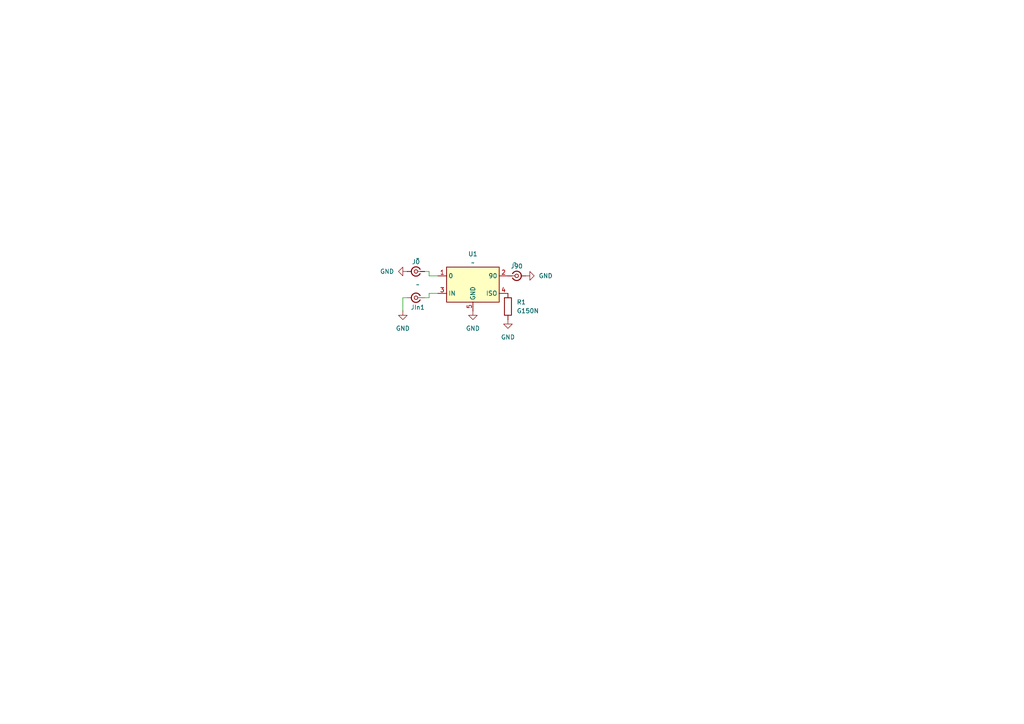
<source format=kicad_sch>
(kicad_sch (version 20231120) (generator "eeschema") (generator_version "8.0")
  (paper "A4")
  (lib_symbols
    (symbol "AnarenLib:G150N" (pin_numbers hide) (pin_names (offset 0))
      (property "Reference" "R" (at 2.032 0 90))
      (property "Value" "G150N" (at 4.318 0 90))
      (symbol "G150N_0_1"
        (rectangle (start -1.016 -2.54) (end 1.016 2.54) (stroke (width 0.254)))
      )
      (symbol "G150N_1_1"
        (pin input line (at 0 3.81 270) (length 1.27) (name "~") (number "1"))
        (pin output line (at 0 -3.81 90) (length 1.27) (name "~") (number "2"))
      )
    )
    (symbol "Connector:Conn_Coaxial_Small" (pin_numbers hide) (pin_names (offset 1.016) hide)
      (property "Reference" "J" (at 0.254 3.048 0))
      (property "Value" "Conn_Coaxial_Small" (at 0 -3.81 0))
      (symbol "Conn_Coaxial_Small_0_1"
        (polyline (pts (xy -2.54 0) (xy -0.508 0)))
        (circle (center 0 0) (radius 0.508) (stroke (width 0.2032)))
      )
      (symbol "Conn_Coaxial_Small_1_1"
        (arc (start -1.1916 -0.6311) (mid 0.327 -1.3081) (end 1.3484 0.0039) (stroke (width 0.3048)))
        (arc (start 1.3484 -0.0039) (mid 0.327 1.3081) (end -1.1916 0.6311) (stroke (width 0.3048)))
        (pin passive line (at -2.54 0 0) (length 1.27) (name "In") (number "1"))
        (pin passive line (at 2.54 0 180) (length 1.27) (name "Ext") (number "2"))
      )
    )
    (symbol "Symbols:HybridCoupler"
      (property "Reference" "U" (at 0 0 0))
      (symbol "HybridCoupler_1_1"
        (rectangle (start -6.35 -1.27) (end 8.89 -11.43) (stroke (width 0.254)) (fill (type background)))
        (pin output line (at -8.89 -3.81 0) (length 2.54) (name "0") (number "1"))
        (pin output line (at 11.43 -3.81 180) (length 2.54) (name "90") (number "2"))
        (pin input line (at -8.89 -8.89 0) (length 2.54) (name "IN") (number "3"))
        (pin output line (at 11.43 -8.89 180) (length 2.54) (name "ISO") (number "4"))
        (pin output line (at 1.27 -13.97 90) (length 2.54) (name "GND") (number "5"))
      )
    )
    (symbol "power:GND" (power) (pin_numbers hide) (pin_names (offset 0) hide)
      (property "Value" "GND" (at 0 -3.81 0))
      (symbol "GND_0_1"
        (polyline (pts (xy 0 0) (xy 0 -1.27) (xy 1.27 -1.27) (xy 0 -2.54) (xy -1.27 -1.27) (xy 0 -1.27)))
      )
      (symbol "GND_1_1"
        (pin power_in line (at 0 0 270) (length 0) (name "~") (number "1"))
      )
    )
  )
  (wire (pts (xy 123.19 86.36) (xy 124.46 86.36)))
  (wire (pts (xy 123.19 78.74) (xy 124.46 78.74)))
  (wire (pts (xy 124.46 78.74) (xy 124.46 80.01)))
  (wire (pts (xy 124.46 80.01) (xy 127 80.01)))
  (wire (pts (xy 116.84 90.17) (xy 116.84 86.36)))
  (wire (pts (xy 118.11 86.36) (xy 116.84 86.36)))
  (wire (pts (xy 124.46 85.09) (xy 127 85.09)))
  (wire (pts (xy 124.46 86.36) (xy 124.46 85.09)))
  (symbol (lib_id "Connector:Conn_Coaxial_Small") (at 120.65 86.36 0) (mirror y) (unit 1)
    (property "Reference" "JIn1" (at 121.158 89.154 0))
    (property "Value" "~" (at 121.1696 82.55 0))
    (property "Footprint" "Connector_Coaxial:SMA_Samtec_SMA-J-P-X-ST-EM1_EdgeMount" (effects (hide yes)))
    (property "Description" "small coaxial connector (BNC, SMA, SMB, SMC, Cinch/RCA, LEMO, ...)" (effects (hide yes)))
  )
  (symbol (lib_id "power:GND") (at 116.84 90.17 0) (unit 1)
    (property "Reference" "#PWR04" (effects (hide yes)))
    (property "Value" "GND" (at 116.84 95.25 0))
    (property "Description" "Power symbol creates a global label with name \"GND\" , ground" (effects (hide yes)))
  )
  (symbol (lib_id "Connector:Conn_Coaxial_Small") (at 120.65 78.74 0) (mirror y) (unit 1)
    (property "Reference" "J0" (at 120.65 75.946 0))
    (property "Value" "~" (at 121.1696 74.93 0))
    (property "Footprint" "Connector_Coaxial:SMA_Samtec_SMA-J-P-X-ST-EM1_EdgeMount" (effects (hide yes)))
    (property "Description" "small coaxial connector (BNC, SMA, SMB, SMC, Cinch/RCA, LEMO, ...)" (effects (hide yes)))
  )
  (symbol (lib_id "Connector:Conn_Coaxial_Small") (at 149.86 80.01 0) (unit 1)
    (property "Reference" "J90" (at 149.86 77.216 0))
    (property "Value" "~" (at 149.3404 76.2 0))
    (property "Footprint" "Connector_Coaxial:SMA_Samtec_SMA-J-P-X-ST-EM1_EdgeMount" (effects (hide yes)))
    (property "Description" "small coaxial connector (BNC, SMA, SMB, SMC, Cinch/RCA, LEMO, ...)" (effects (hide yes)))
  )
  (symbol (lib_id "AnarenLib:G150N") (at 147.32 88.9 0) (unit 1)
    (property "Reference" "R1" (at 149.86 87.6299 0) (effects (justify left)))
    (property "Value" "G150N" (at 149.86 90.1699 0) (effects (justify left)))
    (property "Footprint" "Footprints:G150N_Middle" (effects (hide yes)))
    (property "Description" "Resistor" (effects (hide yes)))
  )
  (symbol (lib_id "power:GND") (at 118.11 78.74 270) (unit 1)
    (property "Reference" "#PWR03" (effects (hide yes)))
    (property "Value" "GND" (at 114.3 78.7399 90) (effects (justify right)))
    (property "Description" "Power symbol creates a global label with name \"GND\" , ground" (effects (hide yes)))
  )
  (symbol (lib_id "power:GND") (at 137.16 90.17 0) (unit 1)
    (property "Reference" "#PWR05" (effects (hide yes)))
    (property "Value" "GND" (at 137.16 95.25 0))
    (property "Description" "Power symbol creates a global label with name \"GND\" , ground" (effects (hide yes)))
  )
  (symbol (lib_id "Symbols:HybridCoupler") (at 135.89 76.2 0) (unit 1)
    (property "Reference" "U1" (at 137.16 73.66 0))
    (property "Value" "~" (at 137.16 76.2 0))
    (property "Footprint" "Footprints:CMX03A03" (effects (hide yes)))
  )
  (symbol (lib_id "power:GND") (at 147.32 92.71 0) (unit 1)
    (property "Reference" "#PWR01" (effects (hide yes)))
    (property "Value" "GND" (at 147.32 97.79 0))
    (property "Description" "Power symbol creates a global label with name \"GND\" , ground" (effects (hide yes)))
  )
  (symbol (lib_id "power:GND") (at 152.4 80.01 90) (unit 1)
    (property "Reference" "#PWR02" (effects (hide yes)))
    (property "Value" "GND" (at 156.21 80.0099 90) (effects (justify right)))
    (property "Description" "Power symbol creates a global label with name \"GND\" , ground" (effects (hide yes)))
  )
)
</source>
